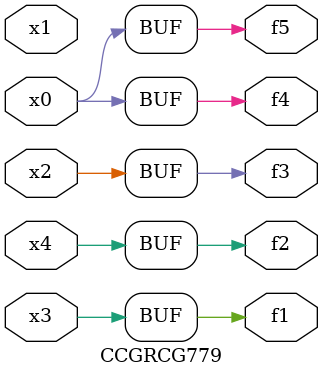
<source format=v>
module CCGRCG779(
	input x0, x1, x2, x3, x4,
	output f1, f2, f3, f4, f5
);
	assign f1 = x3;
	assign f2 = x4;
	assign f3 = x2;
	assign f4 = x0;
	assign f5 = x0;
endmodule

</source>
